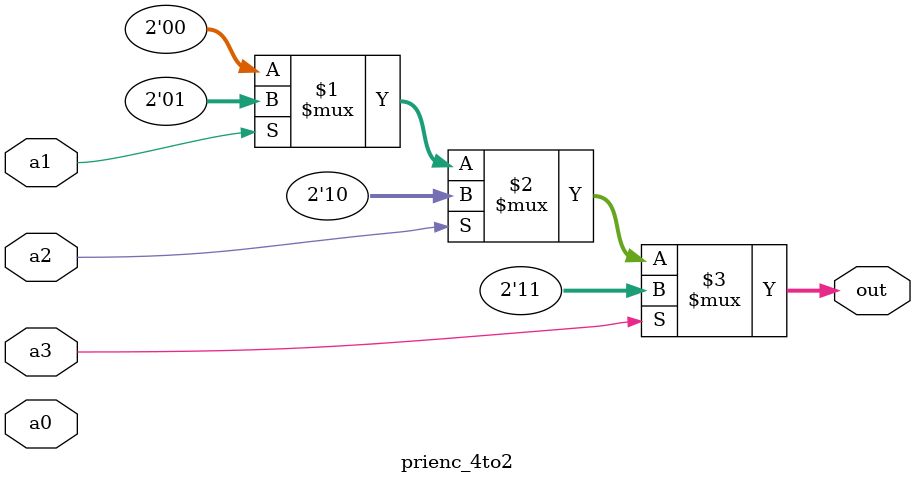
<source format=v>
module prienc_4to2 (
    input  wire a0,
    input  wire a1,
    input  wire a2,
    input  wire a3,
    output wire [1:0] out
);

    assign out = a3 ? 2'b11 :
                 a2 ? 2'b10 :
                 a1 ? 2'b01 :
                 2'b00;

endmodule
</source>
